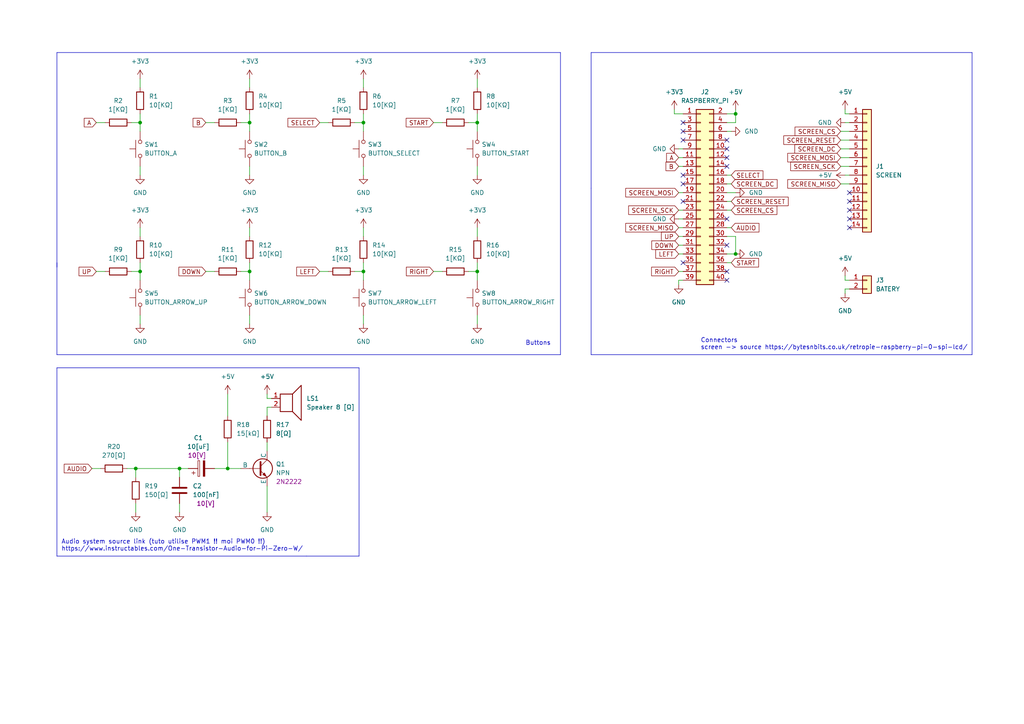
<source format=kicad_sch>
(kicad_sch (version 20230121) (generator eeschema)
  (paper "A4")
  (lib_symbols
    (symbol "Connector_Generic:Conn_01x02" (pin_names (offset 1.016) hide)
      (property "Reference" "J" (at 0 2.54 0))
      (property "Value" "Conn_01x02" (at 0 -5.08 0))
      (symbol "Conn_01x02_1_1"
        (rectangle (start -1.27 -2.413) (end 0 -2.667) (stroke (width 0.1524)))
        (rectangle (start -1.27 0.127) (end 0 -0.127) (stroke (width 0.1524)))
        (rectangle (start -1.27 1.27) (end 1.27 -3.81) (stroke (width 0.254)) (fill (type background)))
        (pin passive line (at -5.08 0 0) (length 3.81) (name "Pin_1") (number "1"))
        (pin passive line (at -5.08 -2.54 0) (length 3.81) (name "Pin_2") (number "2"))
      )
    )
    (symbol "Connector_Generic:Conn_01x14" (pin_names (offset 1.016) hide)
      (property "Reference" "J" (at 0 17.78 0))
      (property "Value" "Conn_01x14" (at 0 -20.32 0))
      (symbol "Conn_01x14_1_1"
        (rectangle (start -1.27 -17.653) (end 0 -17.907) (stroke (width 0.1524)))
        (rectangle (start -1.27 -15.113) (end 0 -15.367) (stroke (width 0.1524)))
        (rectangle (start -1.27 -12.573) (end 0 -12.827) (stroke (width 0.1524)))
        (rectangle (start -1.27 -10.033) (end 0 -10.287) (stroke (width 0.1524)))
        (rectangle (start -1.27 -7.493) (end 0 -7.747) (stroke (width 0.1524)))
        (rectangle (start -1.27 -4.953) (end 0 -5.207) (stroke (width 0.1524)))
        (rectangle (start -1.27 -2.413) (end 0 -2.667) (stroke (width 0.1524)))
        (rectangle (start -1.27 0.127) (end 0 -0.127) (stroke (width 0.1524)))
        (rectangle (start -1.27 2.667) (end 0 2.413) (stroke (width 0.1524)))
        (rectangle (start -1.27 5.207) (end 0 4.953) (stroke (width 0.1524)))
        (rectangle (start -1.27 7.747) (end 0 7.493) (stroke (width 0.1524)))
        (rectangle (start -1.27 10.287) (end 0 10.033) (stroke (width 0.1524)))
        (rectangle (start -1.27 12.827) (end 0 12.573) (stroke (width 0.1524)))
        (rectangle (start -1.27 15.367) (end 0 15.113) (stroke (width 0.1524)))
        (rectangle (start -1.27 16.51) (end 1.27 -19.05) (stroke (width 0.254)) (fill (type background)))
        (pin passive line (at -5.08 15.24 0) (length 3.81) (name "Pin_1") (number "1"))
        (pin passive line (at -5.08 -7.62 0) (length 3.81) (name "Pin_10") (number "10"))
        (pin passive line (at -5.08 -10.16 0) (length 3.81) (name "Pin_11") (number "11"))
        (pin passive line (at -5.08 -12.7 0) (length 3.81) (name "Pin_12") (number "12"))
        (pin passive line (at -5.08 -15.24 0) (length 3.81) (name "Pin_13") (number "13"))
        (pin passive line (at -5.08 -17.78 0) (length 3.81) (name "Pin_14") (number "14"))
        (pin passive line (at -5.08 12.7 0) (length 3.81) (name "Pin_2") (number "2"))
        (pin passive line (at -5.08 10.16 0) (length 3.81) (name "Pin_3") (number "3"))
        (pin passive line (at -5.08 7.62 0) (length 3.81) (name "Pin_4") (number "4"))
        (pin passive line (at -5.08 5.08 0) (length 3.81) (name "Pin_5") (number "5"))
        (pin passive line (at -5.08 2.54 0) (length 3.81) (name "Pin_6") (number "6"))
        (pin passive line (at -5.08 0 0) (length 3.81) (name "Pin_7") (number "7"))
        (pin passive line (at -5.08 -2.54 0) (length 3.81) (name "Pin_8") (number "8"))
        (pin passive line (at -5.08 -5.08 0) (length 3.81) (name "Pin_9") (number "9"))
      )
    )
    (symbol "Connector_Generic:Conn_02x20_Odd_Even" (pin_names (offset 1.016) hide)
      (property "Reference" "J" (at 1.27 25.4 0))
      (property "Value" "Conn_02x20_Odd_Even" (at 1.27 -27.94 0))
      (symbol "Conn_02x20_Odd_Even_1_1"
        (rectangle (start -1.27 -25.273) (end 0 -25.527) (stroke (width 0.1524)))
        (rectangle (start -1.27 -22.733) (end 0 -22.987) (stroke (width 0.1524)))
        (rectangle (start -1.27 -20.193) (end 0 -20.447) (stroke (width 0.1524)))
        (rectangle (start -1.27 -17.653) (end 0 -17.907) (stroke (width 0.1524)))
        (rectangle (start -1.27 -15.113) (end 0 -15.367) (stroke (width 0.1524)))
        (rectangle (start -1.27 -12.573) (end 0 -12.827) (stroke (width 0.1524)))
        (rectangle (start -1.27 -10.033) (end 0 -10.287) (stroke (width 0.1524)))
        (rectangle (start -1.27 -7.493) (end 0 -7.747) (stroke (width 0.1524)))
        (rectangle (start -1.27 -4.953) (end 0 -5.207) (stroke (width 0.1524)))
        (rectangle (start -1.27 -2.413) (end 0 -2.667) (stroke (width 0.1524)))
        (rectangle (start -1.27 0.127) (end 0 -0.127) (stroke (width 0.1524)))
        (rectangle (start -1.27 2.667) (end 0 2.413) (stroke (width 0.1524)))
        (rectangle (start -1.27 5.207) (end 0 4.953) (stroke (width 0.1524)))
        (rectangle (start -1.27 7.747) (end 0 7.493) (stroke (width 0.1524)))
        (rectangle (start -1.27 10.287) (end 0 10.033) (stroke (width 0.1524)))
        (rectangle (start -1.27 12.827) (end 0 12.573) (stroke (width 0.1524)))
        (rectangle (start -1.27 15.367) (end 0 15.113) (stroke (width 0.1524)))
        (rectangle (start -1.27 17.907) (end 0 17.653) (stroke (width 0.1524)))
        (rectangle (start -1.27 20.447) (end 0 20.193) (stroke (width 0.1524)))
        (rectangle (start -1.27 22.987) (end 0 22.733) (stroke (width 0.1524)))
        (rectangle (start -1.27 24.13) (end 3.81 -26.67) (stroke (width 0.254)) (fill (type background)))
        (rectangle (start 3.81 -25.273) (end 2.54 -25.527) (stroke (width 0.1524)))
        (rectangle (start 3.81 -22.733) (end 2.54 -22.987) (stroke (width 0.1524)))
        (rectangle (start 3.81 -20.193) (end 2.54 -20.447) (stroke (width 0.1524)))
        (rectangle (start 3.81 -17.653) (end 2.54 -17.907) (stroke (width 0.1524)))
        (rectangle (start 3.81 -15.113) (end 2.54 -15.367) (stroke (width 0.1524)))
        (rectangle (start 3.81 -12.573) (end 2.54 -12.827) (stroke (width 0.1524)))
        (rectangle (start 3.81 -10.033) (end 2.54 -10.287) (stroke (width 0.1524)))
        (rectangle (start 3.81 -7.493) (end 2.54 -7.747) (stroke (width 0.1524)))
        (rectangle (start 3.81 -4.953) (end 2.54 -5.207) (stroke (width 0.1524)))
        (rectangle (start 3.81 -2.413) (end 2.54 -2.667) (stroke (width 0.1524)))
        (rectangle (start 3.81 0.127) (end 2.54 -0.127) (stroke (width 0.1524)))
        (rectangle (start 3.81 2.667) (end 2.54 2.413) (stroke (width 0.1524)))
        (rectangle (start 3.81 5.207) (end 2.54 4.953) (stroke (width 0.1524)))
        (rectangle (start 3.81 7.747) (end 2.54 7.493) (stroke (width 0.1524)))
        (rectangle (start 3.81 10.287) (end 2.54 10.033) (stroke (width 0.1524)))
        (rectangle (start 3.81 12.827) (end 2.54 12.573) (stroke (width 0.1524)))
        (rectangle (start 3.81 15.367) (end 2.54 15.113) (stroke (width 0.1524)))
        (rectangle (start 3.81 17.907) (end 2.54 17.653) (stroke (width 0.1524)))
        (rectangle (start 3.81 20.447) (end 2.54 20.193) (stroke (width 0.1524)))
        (rectangle (start 3.81 22.987) (end 2.54 22.733) (stroke (width 0.1524)))
        (pin passive line (at -5.08 22.86 0) (length 3.81) (name "Pin_1") (number "1"))
        (pin passive line (at 7.62 12.7 180) (length 3.81) (name "Pin_10") (number "10"))
        (pin passive line (at -5.08 10.16 0) (length 3.81) (name "Pin_11") (number "11"))
        (pin passive line (at 7.62 10.16 180) (length 3.81) (name "Pin_12") (number "12"))
        (pin passive line (at -5.08 7.62 0) (length 3.81) (name "Pin_13") (number "13"))
        (pin passive line (at 7.62 7.62 180) (length 3.81) (name "Pin_14") (number "14"))
        (pin passive line (at -5.08 5.08 0) (length 3.81) (name "Pin_15") (number "15"))
        (pin passive line (at 7.62 5.08 180) (length 3.81) (name "Pin_16") (number "16"))
        (pin passive line (at -5.08 2.54 0) (length 3.81) (name "Pin_17") (number "17"))
        (pin passive line (at 7.62 2.54 180) (length 3.81) (name "Pin_18") (number "18"))
        (pin passive line (at -5.08 0 0) (length 3.81) (name "Pin_19") (number "19"))
        (pin passive line (at 7.62 22.86 180) (length 3.81) (name "Pin_2") (number "2"))
        (pin passive line (at 7.62 0 180) (length 3.81) (name "Pin_20") (number "20"))
        (pin passive line (at -5.08 -2.54 0) (length 3.81) (name "Pin_21") (number "21"))
        (pin passive line (at 7.62 -2.54 180) (length 3.81) (name "Pin_22") (number "22"))
        (pin passive line (at -5.08 -5.08 0) (length 3.81) (name "Pin_23") (number "23"))
        (pin passive line (at 7.62 -5.08 180) (length 3.81) (name "Pin_24") (number "24"))
        (pin passive line (at -5.08 -7.62 0) (length 3.81) (name "Pin_25") (number "25"))
        (pin passive line (at 7.62 -7.62 180) (length 3.81) (name "Pin_26") (number "26"))
        (pin passive line (at -5.08 -10.16 0) (length 3.81) (name "Pin_27") (number "27"))
        (pin passive line (at 7.62 -10.16 180) (length 3.81) (name "Pin_28") (number "28"))
        (pin passive line (at -5.08 -12.7 0) (length 3.81) (name "Pin_29") (number "29"))
        (pin passive line (at -5.08 20.32 0) (length 3.81) (name "Pin_3") (number "3"))
        (pin passive line (at 7.62 -12.7 180) (length 3.81) (name "Pin_30") (number "30"))
        (pin passive line (at -5.08 -15.24 0) (length 3.81) (name "Pin_31") (number "31"))
        (pin passive line (at 7.62 -15.24 180) (length 3.81) (name "Pin_32") (number "32"))
        (pin passive line (at -5.08 -17.78 0) (length 3.81) (name "Pin_33") (number "33"))
        (pin passive line (at 7.62 -17.78 180) (length 3.81) (name "Pin_34") (number "34"))
        (pin passive line (at -5.08 -20.32 0) (length 3.81) (name "Pin_35") (number "35"))
        (pin passive line (at 7.62 -20.32 180) (length 3.81) (name "Pin_36") (number "36"))
        (pin passive line (at -5.08 -22.86 0) (length 3.81) (name "Pin_37") (number "37"))
        (pin passive line (at 7.62 -22.86 180) (length 3.81) (name "Pin_38") (number "38"))
        (pin passive line (at -5.08 -25.4 0) (length 3.81) (name "Pin_39") (number "39"))
        (pin passive line (at 7.62 20.32 180) (length 3.81) (name "Pin_4") (number "4"))
        (pin passive line (at 7.62 -25.4 180) (length 3.81) (name "Pin_40") (number "40"))
        (pin passive line (at -5.08 17.78 0) (length 3.81) (name "Pin_5") (number "5"))
        (pin passive line (at 7.62 17.78 180) (length 3.81) (name "Pin_6") (number "6"))
        (pin passive line (at -5.08 15.24 0) (length 3.81) (name "Pin_7") (number "7"))
        (pin passive line (at 7.62 15.24 180) (length 3.81) (name "Pin_8") (number "8"))
        (pin passive line (at -5.08 12.7 0) (length 3.81) (name "Pin_9") (number "9"))
      )
    )
    (symbol "Device:C" (pin_numbers hide) (pin_names (offset 0.254))
      (property "Reference" "C" (at 0.635 2.54 0))
      (property "Value" "C" (at 0.635 -2.54 0))
      (symbol "C_0_1"
        (polyline (pts (xy -2.032 -0.762) (xy 2.032 -0.762)) (stroke (width 0.508)))
        (polyline (pts (xy -2.032 0.762) (xy 2.032 0.762)) (stroke (width 0.508)))
      )
      (symbol "C_1_1"
        (pin passive line (at 0 3.81 270) (length 2.794) (name "~") (number "1"))
        (pin passive line (at 0 -3.81 90) (length 2.794) (name "~") (number "2"))
      )
    )
    (symbol "Device:C_Polarized" (pin_numbers hide) (pin_names (offset 0.254))
      (property "Reference" "C" (at 0.635 2.54 0))
      (property "Value" "C_Polarized" (at 0.635 -2.54 0))
      (symbol "C_Polarized_0_1"
        (rectangle (start -2.286 0.508) (end 2.286 1.016))
        (polyline (pts (xy -1.778 2.286) (xy -0.762 2.286)))
        (polyline (pts (xy -1.27 2.794) (xy -1.27 1.778)))
        (rectangle (start 2.286 -0.508) (end -2.286 -1.016) (fill (type outline)))
      )
      (symbol "C_Polarized_1_1"
        (pin passive line (at 0 3.81 270) (length 2.794) (name "~") (number "1"))
        (pin passive line (at 0 -3.81 90) (length 2.794) (name "~") (number "2"))
      )
    )
    (symbol "Device:R" (pin_numbers hide) (pin_names (offset 0))
      (property "Reference" "R" (at 2.032 0 90))
      (property "Value" "R" (at 0 0 90))
      (symbol "R_0_1"
        (rectangle (start -1.016 -2.54) (end 1.016 2.54) (stroke (width 0.254)))
      )
      (symbol "R_1_1"
        (pin passive line (at 0 3.81 270) (length 1.27) (name "~") (number "1"))
        (pin passive line (at 0 -3.81 90) (length 1.27) (name "~") (number "2"))
      )
    )
    (symbol "Device:Speaker" (pin_names (offset 0) hide)
      (property "Reference" "LS" (at 1.27 5.715 0))
      (property "Value" "Speaker" (at 1.27 3.81 0))
      (symbol "Speaker_0_0"
        (rectangle (start -2.54 1.27) (end 1.016 -3.81) (stroke (width 0.254)))
        (polyline (pts (xy 1.016 1.27) (xy 3.556 3.81) (xy 3.556 -6.35) (xy 1.016 -3.81)) (stroke (width 0.254)))
      )
      (symbol "Speaker_1_1"
        (pin input line (at -5.08 0 0) (length 2.54) (name "1") (number "1"))
        (pin input line (at -5.08 -2.54 0) (length 2.54) (name "2") (number "2"))
      )
    )
    (symbol "Simulation_SPICE:NPN" (pin_numbers hide) (pin_names (offset 0))
      (property "Reference" "Q" (at -2.54 7.62 0))
      (property "Value" "NPN" (at -2.54 5.08 0))
      (symbol "NPN_0_1"
        (polyline (pts (xy -2.54 0) (xy 0.635 0)) (stroke (width 0.1524)))
        (polyline (pts (xy 0.635 0.635) (xy 2.54 2.54)))
        (polyline (pts (xy 2.794 -1.27) (xy 2.794 -1.27)) (stroke (width 0.1524)))
        (polyline (pts (xy 2.794 -1.27) (xy 2.794 -1.27)) (stroke (width 0.1524)))
        (polyline (pts (xy 0.635 -0.635) (xy 2.54 -2.54) (xy 2.54 -2.54)))
        (polyline (pts (xy 0.635 1.905) (xy 0.635 -1.905) (xy 0.635 -1.905)) (stroke (width 0.508)))
        (polyline (pts (xy 1.27 -1.778) (xy 1.778 -1.27) (xy 2.286 -2.286) (xy 1.27 -1.778) (xy 1.27 -1.778)) (fill (type outline)))
        (circle (center 1.27 0) (radius 2.8194) (stroke (width 0.254)))
      )
      (symbol "NPN_1_1"
        (pin open_collector line (at 2.54 5.08 270) (length 2.54) (name "C") (number "1"))
        (pin input line (at -5.08 0 0) (length 2.54) (name "B") (number "2"))
        (pin open_emitter line (at 2.54 -5.08 90) (length 2.54) (name "E") (number "3"))
      )
    )
    (symbol "Switch:SW_Push" (pin_numbers hide) (pin_names (offset 1.016) hide)
      (property "Reference" "SW" (at 1.27 2.54 0))
      (property "Value" "SW_Push" (at 0 -1.524 0))
      (symbol "SW_Push_0_1"
        (circle (center -2.032 0) (radius 0.508))
        (polyline (pts (xy 0 1.27) (xy 0 3.048)))
        (polyline (pts (xy 2.54 1.27) (xy -2.54 1.27)))
        (circle (center 2.032 0) (radius 0.508))
        (pin passive line (at -5.08 0 0) (length 2.54) (name "1") (number "1"))
        (pin passive line (at 5.08 0 180) (length 2.54) (name "2") (number "2"))
      )
    )
    (symbol "power:+3V3" (power) (pin_names (offset 0))
      (property "Value" "+3V3" (at 0 3.556 0))
      (symbol "+3V3_0_1"
        (polyline (pts (xy -0.762 1.27) (xy 0 2.54)))
        (polyline (pts (xy 0 0) (xy 0 2.54)))
        (polyline (pts (xy 0 2.54) (xy 0.762 1.27)))
      )
      (symbol "+3V3_1_1"
        (pin power_in line (at 0 0 90) (length 0) hide (name "+3V3") (number "1"))
      )
    )
    (symbol "power:+5V" (power) (pin_names (offset 0))
      (property "Value" "+5V" (at 0 3.556 0))
      (symbol "+5V_0_1"
        (polyline (pts (xy -0.762 1.27) (xy 0 2.54)))
        (polyline (pts (xy 0 0) (xy 0 2.54)))
        (polyline (pts (xy 0 2.54) (xy 0.762 1.27)))
      )
      (symbol "+5V_1_1"
        (pin power_in line (at 0 0 90) (length 0) hide (name "+5V") (number "1"))
      )
    )
    (symbol "power:GND" (power) (pin_names (offset 0))
      (property "Value" "GND" (at 0 -3.81 0))
      (symbol "GND_0_1"
        (polyline (pts (xy 0 0) (xy 0 -1.27) (xy 1.27 -1.27) (xy 0 -2.54) (xy -1.27 -1.27) (xy 0 -1.27)))
      )
      (symbol "GND_1_1"
        (pin power_in line (at 0 0 270) (length 0) hide (name "GND") (number "1"))
      )
    )
  )
  (junction (at 105.41 78.74))
  (junction (at 213.36 33.02))
  (junction (at 105.41 35.56))
  (junction (at 66.04 135.89))
  (junction (at 39.37 135.89))
  (junction (at 138.43 35.56))
  (junction (at 72.39 78.74))
  (junction (at 40.64 35.56))
  (junction (at 213.36 73.66))
  (junction (at 72.39 35.56))
  (junction (at 40.64 78.74))
  (junction (at 52.07 135.89))
  (junction (at 138.43 78.74))
  (no_connect (at 198.12 38.1))
  (no_connect (at 198.12 76.2))
  (no_connect (at 198.12 58.42))
  (no_connect (at 246.38 66.04))
  (no_connect (at 210.82 45.72))
  (no_connect (at 210.82 71.12))
  (no_connect (at 210.82 81.28))
  (no_connect (at 210.82 78.74))
  (no_connect (at 246.38 60.96))
  (no_connect (at 246.38 58.42))
  (no_connect (at 198.12 50.8))
  (no_connect (at 210.82 48.26))
  (no_connect (at 246.38 63.5))
  (no_connect (at 198.12 40.64))
  (no_connect (at 198.12 35.56))
  (no_connect (at 210.82 63.5))
  (no_connect (at 198.12 53.34))
  (no_connect (at 210.82 43.18))
  (no_connect (at 210.82 40.64))
  (no_connect (at 246.38 55.88))
  (wire (pts (xy 40.64 48.26) (xy 40.64 50.8)))
  (polyline (pts (xy 171.45 15.24) (xy 171.45 54.61)))
  (wire (pts (xy 72.39 78.74) (xy 72.39 81.28)))
  (wire (pts (xy 36.83 135.89) (xy 39.37 135.89)))
  (wire (pts (xy 213.36 68.58) (xy 213.36 73.66)))
  (wire (pts (xy 40.64 76.2) (xy 40.64 78.74)))
  (wire (pts (xy 26.67 135.89) (xy 29.21 135.89)))
  (wire (pts (xy 77.47 118.11) (xy 77.47 120.65)))
  (wire (pts (xy 72.39 76.2) (xy 72.39 78.74)))
  (wire (pts (xy 72.39 35.56) (xy 72.39 38.1)))
  (wire (pts (xy 196.85 48.26) (xy 198.12 48.26)))
  (wire (pts (xy 39.37 135.89) (xy 39.37 138.43)))
  (wire (pts (xy 213.36 68.58) (xy 210.82 68.58)))
  (wire (pts (xy 138.43 78.74) (xy 138.43 81.28)))
  (wire (pts (xy 125.73 35.56) (xy 128.27 35.56)))
  (wire (pts (xy 40.64 66.04) (xy 40.64 68.58)))
  (wire (pts (xy 40.64 78.74) (xy 40.64 81.28)))
  (wire (pts (xy 196.85 81.28) (xy 196.85 82.55)))
  (wire (pts (xy 245.11 80.01) (xy 245.11 81.28)))
  (wire (pts (xy 78.74 115.57) (xy 77.47 115.57)))
  (wire (pts (xy 243.84 48.26) (xy 246.38 48.26)))
  (wire (pts (xy 66.04 135.89) (xy 66.04 128.27)))
  (polyline (pts (xy 171.45 54.61) (xy 171.45 102.87)))
  (wire (pts (xy 105.41 48.26) (xy 105.41 50.8)))
  (wire (pts (xy 40.64 33.02) (xy 40.64 35.56)))
  (wire (pts (xy 40.64 91.44) (xy 40.64 93.98)))
  (wire (pts (xy 27.94 35.56) (xy 30.48 35.56)))
  (wire (pts (xy 105.41 22.86) (xy 105.41 25.4)))
  (wire (pts (xy 92.71 78.74) (xy 95.25 78.74)))
  (wire (pts (xy 196.85 68.58) (xy 198.12 68.58)))
  (polyline (pts (xy 16.51 76.2) (xy 16.51 102.87)))
  (wire (pts (xy 72.39 91.44) (xy 72.39 93.98)))
  (wire (pts (xy 138.43 66.04) (xy 138.43 68.58)))
  (wire (pts (xy 105.41 91.44) (xy 105.41 93.98)))
  (wire (pts (xy 138.43 22.86) (xy 138.43 25.4)))
  (wire (pts (xy 59.69 78.74) (xy 62.23 78.74)))
  (wire (pts (xy 27.94 78.74) (xy 30.48 78.74)))
  (wire (pts (xy 39.37 135.89) (xy 52.07 135.89)))
  (wire (pts (xy 138.43 48.26) (xy 138.43 50.8)))
  (wire (pts (xy 135.89 35.56) (xy 138.43 35.56)))
  (wire (pts (xy 243.84 53.34) (xy 246.38 53.34)))
  (wire (pts (xy 245.11 35.56) (xy 246.38 35.56)))
  (wire (pts (xy 196.85 73.66) (xy 198.12 73.66)))
  (wire (pts (xy 196.85 78.74) (xy 198.12 78.74)))
  (polyline (pts (xy 162.56 102.87) (xy 16.51 102.87)))
  (wire (pts (xy 39.37 146.05) (xy 39.37 148.59)))
  (wire (pts (xy 66.04 114.3) (xy 66.04 120.65)))
  (wire (pts (xy 105.41 33.02) (xy 105.41 35.56)))
  (wire (pts (xy 78.74 118.11) (xy 77.47 118.11)))
  (wire (pts (xy 213.36 35.56) (xy 213.36 33.02)))
  (wire (pts (xy 102.87 35.56) (xy 105.41 35.56)))
  (wire (pts (xy 52.07 135.89) (xy 54.61 135.89)))
  (wire (pts (xy 38.1 35.56) (xy 40.64 35.56)))
  (wire (pts (xy 105.41 66.04) (xy 105.41 68.58)))
  (wire (pts (xy 210.82 66.04) (xy 212.09 66.04)))
  (wire (pts (xy 138.43 35.56) (xy 138.43 38.1)))
  (wire (pts (xy 196.85 63.5) (xy 198.12 63.5)))
  (wire (pts (xy 210.82 53.34) (xy 212.09 53.34)))
  (wire (pts (xy 196.85 71.12) (xy 198.12 71.12)))
  (wire (pts (xy 246.38 33.02) (xy 245.11 33.02)))
  (wire (pts (xy 72.39 33.02) (xy 72.39 35.56)))
  (wire (pts (xy 77.47 115.57) (xy 77.47 114.3)))
  (polyline (pts (xy 281.94 102.87) (xy 281.94 15.24)))
  (wire (pts (xy 138.43 76.2) (xy 138.43 78.74)))
  (wire (pts (xy 105.41 78.74) (xy 105.41 81.28)))
  (wire (pts (xy 196.85 43.18) (xy 198.12 43.18)))
  (wire (pts (xy 196.85 81.28) (xy 198.12 81.28)))
  (wire (pts (xy 40.64 22.86) (xy 40.64 25.4)))
  (polyline (pts (xy 88.9 161.29) (xy 16.51 161.29)))
  (wire (pts (xy 198.12 33.02) (xy 195.58 33.02)))
  (polyline (pts (xy 104.14 106.68) (xy 104.14 161.29)))
  (polyline (pts (xy 88.9 161.29) (xy 104.14 161.29)))
  (wire (pts (xy 105.41 35.56) (xy 105.41 38.1)))
  (wire (pts (xy 72.39 66.04) (xy 72.39 68.58)))
  (wire (pts (xy 77.47 140.97) (xy 77.47 148.59)))
  (wire (pts (xy 69.85 35.56) (xy 72.39 35.56)))
  (wire (pts (xy 52.07 135.89) (xy 52.07 138.43)))
  (wire (pts (xy 40.64 35.56) (xy 40.64 38.1)))
  (wire (pts (xy 243.84 38.1) (xy 246.38 38.1)))
  (wire (pts (xy 210.82 35.56) (xy 213.36 35.56)))
  (polyline (pts (xy 16.51 77.47) (xy 16.51 15.24)))
  (wire (pts (xy 210.82 50.8) (xy 212.09 50.8)))
  (wire (pts (xy 59.69 35.56) (xy 62.23 35.56)))
  (wire (pts (xy 210.82 38.1) (xy 212.09 38.1)))
  (wire (pts (xy 243.84 45.72) (xy 246.38 45.72)))
  (polyline (pts (xy 16.51 106.68) (xy 104.14 106.68)))
  (wire (pts (xy 210.82 33.02) (xy 213.36 33.02)))
  (polyline (pts (xy 16.51 161.29) (xy 16.51 106.68)))
  (wire (pts (xy 196.85 55.88) (xy 198.12 55.88)))
  (wire (pts (xy 69.85 135.89) (xy 66.04 135.89)))
  (wire (pts (xy 38.1 78.74) (xy 40.64 78.74)))
  (wire (pts (xy 196.85 45.72) (xy 198.12 45.72)))
  (wire (pts (xy 77.47 128.27) (xy 77.47 130.81)))
  (wire (pts (xy 213.36 33.02) (xy 213.36 31.75)))
  (polyline (pts (xy 171.45 102.87) (xy 281.94 102.87)))
  (wire (pts (xy 196.85 60.96) (xy 198.12 60.96)))
  (wire (pts (xy 92.71 35.56) (xy 95.25 35.56)))
  (polyline (pts (xy 16.51 15.24) (xy 162.56 15.24)))
  (wire (pts (xy 72.39 22.86) (xy 72.39 25.4)))
  (polyline (pts (xy 281.94 15.24) (xy 171.45 15.24)))
  (wire (pts (xy 245.11 33.02) (xy 245.11 31.75)))
  (wire (pts (xy 210.82 73.66) (xy 213.36 73.66)))
  (wire (pts (xy 138.43 91.44) (xy 138.43 93.98)))
  (wire (pts (xy 195.58 33.02) (xy 195.58 31.75)))
  (wire (pts (xy 102.87 78.74) (xy 105.41 78.74)))
  (wire (pts (xy 246.38 83.82) (xy 245.11 83.82)))
  (wire (pts (xy 125.73 78.74) (xy 128.27 78.74)))
  (polyline (pts (xy 162.56 15.24) (xy 162.56 102.87)))
  (wire (pts (xy 135.89 78.74) (xy 138.43 78.74)))
  (wire (pts (xy 245.11 83.82) (xy 245.11 85.09)))
  (wire (pts (xy 245.11 81.28) (xy 246.38 81.28)))
  (wire (pts (xy 210.82 58.42) (xy 212.09 58.42)))
  (wire (pts (xy 210.82 55.88) (xy 213.36 55.88)))
  (wire (pts (xy 245.11 50.8) (xy 246.38 50.8)))
  (wire (pts (xy 243.84 40.64) (xy 246.38 40.64)))
  (wire (pts (xy 69.85 78.74) (xy 72.39 78.74)))
  (wire (pts (xy 52.07 146.05) (xy 52.07 148.59)))
  (wire (pts (xy 72.39 48.26) (xy 72.39 50.8)))
  (wire (pts (xy 62.23 135.89) (xy 66.04 135.89)))
  (wire (pts (xy 196.85 66.04) (xy 198.12 66.04)))
  (wire (pts (xy 105.41 76.2) (xy 105.41 78.74)))
  (wire (pts (xy 138.43 33.02) (xy 138.43 35.56)))
  (wire (pts (xy 210.82 60.96) (xy 212.09 60.96)))
  (wire (pts (xy 210.82 76.2) (xy 212.09 76.2)))
  (wire (pts (xy 243.84 43.18) (xy 246.38 43.18)))
  (text "Connectors\nscreen -> source https://bytesnbits.co.uk/retropie-raspberry-pi-0-spi-lcd/" (at 203.2 101.6 0) (effects (font (size 1.27 1.27)) (justify left bottom)))
  (text "Audio system source link (tuto utilise PWM1 !! moi PWM0 !!)\nhttps://www.instructables.com/One-Transistor-Audio-for-Pi-Zero-W/" (at 17.78 160.02 0) (effects (font (size 1.27 1.27)) (justify left bottom)))
  (text "Buttons" (at 152.4 100.33 0) (effects (font (size 1.27 1.27)) (justify left bottom)))
  (global_label "SELECT" (shape input) (at 92.71 35.56 180) (property "Intersheetrefs" "${INTERSHEET_REFS}" (effects hide)))
  (global_label "RIGHT" (shape input) (at 196.85 78.74 180) (property "Intersheetrefs" "${INTERSHEET_REFS}" (effects hide)))
  (global_label "SELECT" (shape input) (at 212.09 50.8 0) (property "Intersheetrefs" "${INTERSHEET_REFS}" (effects hide)))
  (global_label "LEFT" (shape input) (at 196.85 73.66 180) (property "Intersheetrefs" "${INTERSHEET_REFS}" (effects hide)))
  (global_label "DOWN" (shape input) (at 196.85 71.12 180) (property "Intersheetrefs" "${INTERSHEET_REFS}" (effects hide)))
  (global_label "AUDIO" (shape input) (at 26.67 135.89 180) (property "Intersheetrefs" "${INTERSHEET_REFS}" (effects hide)))
  (global_label "A" (shape input) (at 196.85 45.72 180) (property "Intersheetrefs" "${INTERSHEET_REFS}" (effects hide)))
  (global_label "SCREEN_DC" (shape input) (at 212.09 53.34 0) (property "Intersheetrefs" "${INTERSHEET_REFS}" (effects hide)))
  (global_label "SCREEN_SCK" (shape input) (at 196.85 60.96 180) (property "Intersheetrefs" "${INTERSHEET_REFS}" (effects hide)))
  (global_label "START" (shape input) (at 212.09 76.2 0) (property "Intersheetrefs" "${INTERSHEET_REFS}" (effects hide)))
  (global_label "SCREEN_RESET" (shape input) (at 212.09 58.42 0) (property "Intersheetrefs" "${INTERSHEET_REFS}" (effects hide)))
  (global_label "DOWN" (shape input) (at 59.69 78.74 180) (property "Intersheetrefs" "${INTERSHEET_REFS}" (effects hide)))
  (global_label "LEFT" (shape input) (at 92.71 78.74 180) (property "Intersheetrefs" "${INTERSHEET_REFS}" (effects hide)))
  (global_label "SCREEN_RESET" (shape input) (at 243.84 40.64 180) (property "Intersheetrefs" "${INTERSHEET_REFS}" (effects hide)))
  (global_label "SCREEN_MOSI" (shape input) (at 243.84 45.72 180) (property "Intersheetrefs" "${INTERSHEET_REFS}" (effects hide)))
  (global_label "SCREEN_MISO" (shape input) (at 196.85 66.04 180) (property "Intersheetrefs" "${INTERSHEET_REFS}" (effects hide)))
  (global_label "START" (shape input) (at 125.73 35.56 180) (property "Intersheetrefs" "${INTERSHEET_REFS}" (effects hide)))
  (global_label "AUDIO" (shape input) (at 212.09 66.04 0) (property "Intersheetrefs" "${INTERSHEET_REFS}" (effects hide)))
  (global_label "UP" (shape input) (at 27.94 78.74 180) (property "Intersheetrefs" "${INTERSHEET_REFS}" (effects hide)))
  (global_label "SCREEN_MISO" (shape input) (at 243.84 53.34 180) (property "Intersheetrefs" "${INTERSHEET_REFS}" (effects hide)))
  (global_label "SCREEN_SCK" (shape input) (at 243.84 48.26 180) (property "Intersheetrefs" "${INTERSHEET_REFS}" (effects hide)))
  (global_label "SCREEN_CS" (shape input) (at 212.09 60.96 0) (property "Intersheetrefs" "${INTERSHEET_REFS}" (effects hide)))
  (global_label "RIGHT" (shape input) (at 125.73 78.74 180) (property "Intersheetrefs" "${INTERSHEET_REFS}" (effects hide)))
  (global_label "SCREEN_CS" (shape input) (at 243.84 38.1 180) (property "Intersheetrefs" "${INTERSHEET_REFS}" (effects hide)))
  (global_label "UP" (shape input) (at 196.85 68.58 180) (property "Intersheetrefs" "${INTERSHEET_REFS}" (effects hide)))
  (global_label "A" (shape input) (at 27.94 35.56 180) (property "Intersheetrefs" "${INTERSHEET_REFS}" (effects hide)))
  (global_label "B" (shape input) (at 59.69 35.56 180) (property "Intersheetrefs" "${INTERSHEET_REFS}" (effects hide)))
  (global_label "SCREEN_DC" (shape input) (at 243.84 43.18 180) (property "Intersheetrefs" "${INTERSHEET_REFS}" (effects hide)))
  (global_label "SCREEN_MOSI" (shape input) (at 196.85 55.88 180) (property "Intersheetrefs" "${INTERSHEET_REFS}" (effects hide)))
  (global_label "B" (shape input) (at 196.85 48.26 180) (property "Intersheetrefs" "${INTERSHEET_REFS}" (effects hide)))
  (symbol (lib_id "Device:R") (at 132.08 78.74 90) (unit 1)
    (property "Reference" "R15" (at 132.08 72.39 90))
    (property "Value" "1[KΩ]" (at 132.08 74.93 90))
  )
  (symbol (lib_id "Device:R") (at 40.64 29.21 0) (unit 1)
    (property "Reference" "R1" (at 43.18 27.94 0) (effects (justify left)))
    (property "Value" "10[KΩ]" (at 43.18 30.48 0) (effects (justify left)))
  )
  (symbol (lib_id "power:+3V3") (at 105.41 22.86 0) (unit 1)
    (property "Reference" "#PWR05" (effects hide))
    (property "Value" "+3V3" (at 105.41 17.78 0))
  )
  (symbol (lib_id "Device:R") (at 138.43 29.21 0) (unit 1)
    (property "Reference" "R8" (at 140.97 27.94 0) (effects (justify left)))
    (property "Value" "10[KΩ]" (at 140.97 30.48 0) (effects (justify left)))
  )
  (symbol (lib_id "power:+3V3") (at 40.64 22.86 0) (unit 1)
    (property "Reference" "#PWR01" (effects hide))
    (property "Value" "+3V3" (at 40.64 17.78 0))
  )
  (symbol (lib_id "Device:R") (at 34.29 35.56 90) (unit 1)
    (property "Reference" "R2" (at 34.29 29.21 90))
    (property "Value" "1[KΩ]" (at 34.29 31.75 90))
  )
  (symbol (lib_id "Device:R") (at 99.06 78.74 90) (unit 1)
    (property "Reference" "R13" (at 99.06 72.39 90))
    (property "Value" "1[KΩ]" (at 99.06 74.93 90))
  )
  (symbol (lib_id "power:+5V") (at 66.04 114.3 0) (unit 1)
    (property "Reference" "#PWR022" (effects hide))
    (property "Value" "+5V" (at 66.04 109.22 0))
  )
  (symbol (lib_id "power:GND") (at 105.41 50.8 0) (unit 1)
    (property "Reference" "#PWR06" (effects hide))
    (property "Value" "GND" (at 105.41 55.88 0))
  )
  (symbol (lib_id "power:+5V") (at 245.11 50.8 90) (unit 1)
    (property "Reference" "#PWR034" (effects hide))
    (property "Value" "+5V" (at 241.3 50.8 90) (effects (justify left)))
  )
  (symbol (lib_id "power:+3V3") (at 195.58 31.75 0) (unit 1)
    (property "Reference" "#PWR017" (effects hide))
    (property "Value" "+3V3" (at 195.58 26.67 0))
  )
  (symbol (lib_id "Connector_Generic:Conn_02x20_Odd_Even") (at 203.2 55.88 0) (unit 1)
    (property "Reference" "J2" (at 204.47 26.67 0))
    (property "Value" "RASPBERRY_PI" (at 204.47 29.21 0))
  )
  (symbol (lib_id "Connector_Generic:Conn_01x02") (at 251.46 81.28 0) (unit 1)
    (property "Reference" "J3" (at 254 81.28 0) (effects (justify left)))
    (property "Value" "BATERY" (at 254 83.82 0) (effects (justify left)))
  )
  (symbol (lib_id "Switch:SW_Push") (at 40.64 43.18 90) (unit 1)
    (property "Reference" "SW1" (at 41.91 41.91 90) (effects (justify right)))
    (property "Value" "BUTTON_A" (at 41.91 44.45 90) (effects (justify right)))
  )
  (symbol (lib_id "Device:R") (at 33.02 135.89 90) (unit 1)
    (property "Reference" "R20" (at 33.02 129.54 90))
    (property "Value" "270[Ω]" (at 33.02 132.08 90))
  )
  (symbol (lib_id "Simulation_SPICE:NPN") (at 74.93 135.89 0) (unit 1)
    (property "Reference" "Q1" (at 80.01 134.62 0) (effects (justify left)))
    (property "Value" "NPN" (at 80.01 137.16 0) (effects (justify left)))
    (property "Datasheet" "https://ngspice.sourceforge.io/docs/ngspice-html-manual/manual.xhtml#cha_BJTs" (effects hide))
    (property "Sim.Device" "NPN" (effects hide))
    (property "Sim.Type" "GUMMELPOON" (effects hide))
    (property "Sim.Pins" "1=C 2=B 3=E" (effects hide))
    (property "Value 2" "2N2222" (at 83.82 139.7 0))
  )
  (symbol (lib_id "power:GND") (at 138.43 50.8 0) (unit 1)
    (property "Reference" "#PWR08" (effects hide))
    (property "Value" "GND" (at 138.43 55.88 0))
  )
  (symbol (lib_id "power:GND") (at 245.11 85.09 0) (unit 1)
    (property "Reference" "#PWR030" (effects hide))
    (property "Value" "GND" (at 245.11 90.17 0))
  )
  (symbol (lib_id "power:GND") (at 40.64 93.98 0) (unit 1)
    (property "Reference" "#PWR010" (effects hide))
    (property "Value" "GND" (at 40.64 99.06 0))
  )
  (symbol (lib_id "Device:C") (at 52.07 142.24 0) (unit 1)
    (property "Reference" "C2" (at 55.88 140.97 0) (effects (justify left)))
    (property "Value" "100[nF]" (at 55.88 143.51 0) (effects (justify left)))
    (property "Value 2" "10[V]" (at 59.69 146.05 0))
  )
  (symbol (lib_id "Device:R") (at 40.64 72.39 0) (unit 1)
    (property "Reference" "R10" (at 43.18 71.12 0) (effects (justify left)))
    (property "Value" "10[KΩ]" (at 43.18 73.66 0) (effects (justify left)))
  )
  (symbol (lib_id "power:GND") (at 196.85 43.18 270) (unit 1)
    (property "Reference" "#PWR033" (effects hide))
    (property "Value" "GND" (at 189.23 43.18 90) (effects (justify left)))
  )
  (symbol (lib_id "power:GND") (at 213.36 73.66 90) (unit 1)
    (property "Reference" "#PWR025" (effects hide))
    (property "Value" "GND" (at 217.17 73.66 90) (effects (justify right)))
  )
  (symbol (lib_id "power:GND") (at 77.47 148.59 0) (unit 1)
    (property "Reference" "#PWR026" (effects hide))
    (property "Value" "GND" (at 77.47 153.67 0))
  )
  (symbol (lib_id "Switch:SW_Push") (at 40.64 86.36 90) (unit 1)
    (property "Reference" "SW5" (at 41.91 85.09 90) (effects (justify right)))
    (property "Value" "BUTTON_ARROW_UP" (at 41.91 87.63 90) (effects (justify right)))
  )
  (symbol (lib_id "Switch:SW_Push") (at 72.39 86.36 90) (unit 1)
    (property "Reference" "SW6" (at 73.66 85.09 90) (effects (justify right)))
    (property "Value" "BUTTON_ARROW_DOWN" (at 73.66 87.63 90) (effects (justify right)))
  )
  (symbol (lib_id "power:+3V3") (at 72.39 66.04 0) (unit 1)
    (property "Reference" "#PWR011" (effects hide))
    (property "Value" "+3V3" (at 72.39 60.96 0))
  )
  (symbol (lib_id "Device:R") (at 66.04 124.46 0) (unit 1)
    (property "Reference" "R18" (at 68.58 123.19 0) (effects (justify left)))
    (property "Value" "15[kΩ]" (at 68.58 125.73 0) (effects (justify left)))
  )
  (symbol (lib_id "Device:R") (at 66.04 78.74 90) (unit 1)
    (property "Reference" "R11" (at 66.04 72.39 90))
    (property "Value" "1[KΩ]" (at 66.04 74.93 90))
  )
  (symbol (lib_id "Device:R") (at 105.41 72.39 0) (unit 1)
    (property "Reference" "R14" (at 107.95 71.12 0) (effects (justify left)))
    (property "Value" "10[KΩ]" (at 107.95 73.66 0) (effects (justify left)))
  )
  (symbol (lib_id "power:GND") (at 40.64 50.8 0) (unit 1)
    (property "Reference" "#PWR02" (effects hide))
    (property "Value" "GND" (at 40.64 55.88 0))
  )
  (symbol (lib_id "Device:R") (at 34.29 78.74 90) (unit 1)
    (property "Reference" "R9" (at 34.29 72.39 90))
    (property "Value" "1[KΩ]" (at 34.29 74.93 90))
  )
  (symbol (lib_id "power:GND") (at 72.39 50.8 0) (unit 1)
    (property "Reference" "#PWR04" (effects hide))
    (property "Value" "GND" (at 72.39 55.88 0))
  )
  (symbol (lib_id "Switch:SW_Push") (at 138.43 86.36 90) (unit 1)
    (property "Reference" "SW8" (at 139.7 85.09 90) (effects (justify right)))
    (property "Value" "BUTTON_ARROW_RIGHT" (at 139.7 87.63 90) (effects (justify right)))
  )
  (symbol (lib_id "Connector_Generic:Conn_01x14") (at 251.46 48.26 0) (unit 1)
    (property "Reference" "J1" (at 254 48.26 0) (effects (justify left)))
    (property "Value" "SCREEN" (at 254 50.8 0) (effects (justify left)))
  )
  (symbol (lib_id "power:GND") (at 196.85 82.55 0) (unit 1)
    (property "Reference" "#PWR024" (effects hide))
    (property "Value" "GND" (at 196.85 87.63 0))
  )
  (symbol (lib_id "Device:R") (at 66.04 35.56 90) (unit 1)
    (property "Reference" "R3" (at 66.04 29.21 90))
    (property "Value" "1[KΩ]" (at 66.04 31.75 90))
  )
  (symbol (lib_id "power:+3V3") (at 72.39 22.86 0) (unit 1)
    (property "Reference" "#PWR03" (effects hide))
    (property "Value" "+3V3" (at 72.39 17.78 0))
  )
  (symbol (lib_id "Device:R") (at 132.08 35.56 90) (unit 1)
    (property "Reference" "R7" (at 132.08 29.21 90))
    (property "Value" "1[KΩ]" (at 132.08 31.75 90))
  )
  (symbol (lib_id "Switch:SW_Push") (at 138.43 43.18 90) (unit 1)
    (property "Reference" "SW4" (at 139.7 41.91 90) (effects (justify right)))
    (property "Value" "BUTTON_START" (at 139.7 44.45 90) (effects (justify right)))
  )
  (symbol (lib_id "power:+5V") (at 245.11 80.01 0) (unit 1)
    (property "Reference" "#PWR029" (effects hide))
    (property "Value" "+5V" (at 245.11 74.93 0))
  )
  (symbol (lib_id "power:GND") (at 245.11 35.56 270) (unit 1)
    (property "Reference" "#PWR032" (effects hide))
    (property "Value" "GND" (at 241.3 35.56 90) (effects (justify right)))
  )
  (symbol (lib_id "Switch:SW_Push") (at 72.39 43.18 90) (unit 1)
    (property "Reference" "SW2" (at 73.66 41.91 90) (effects (justify right)))
    (property "Value" "BUTTON_B" (at 73.66 44.45 90) (effects (justify right)))
  )
  (symbol (lib_id "Device:R") (at 99.06 35.56 90) (unit 1)
    (property "Reference" "R5" (at 99.06 29.21 90))
    (property "Value" "1[KΩ]" (at 99.06 31.75 90))
  )
  (symbol (lib_id "power:+3V3") (at 40.64 66.04 0) (unit 1)
    (property "Reference" "#PWR09" (effects hide))
    (property "Value" "+3V3" (at 40.64 60.96 0))
  )
  (symbol (lib_id "power:GND") (at 138.43 93.98 0) (unit 1)
    (property "Reference" "#PWR016" (effects hide))
    (property "Value" "GND" (at 138.43 99.06 0))
  )
  (symbol (lib_id "power:+5V") (at 213.36 31.75 0) (unit 1)
    (property "Reference" "#PWR018" (effects hide))
    (property "Value" "+5V" (at 213.36 26.67 0))
  )
  (symbol (lib_id "Device:Speaker") (at 83.82 115.57 0) (unit 1)
    (property "Reference" "LS1" (at 88.9 115.57 0) (effects (justify left)))
    (property "Value" "Speaker 8 [Ω]" (at 88.9 118.11 0) (effects (justify left)))
  )
  (symbol (lib_id "power:GND") (at 72.39 93.98 0) (unit 1)
    (property "Reference" "#PWR012" (effects hide))
    (property "Value" "GND" (at 72.39 99.06 0))
  )
  (symbol (lib_id "power:GND") (at 213.36 55.88 90) (unit 1)
    (property "Reference" "#PWR021" (effects hide))
    (property "Value" "GND" (at 217.17 55.88 90) (effects (justify right)))
  )
  (symbol (lib_id "power:+3V3") (at 138.43 66.04 0) (unit 1)
    (property "Reference" "#PWR015" (effects hide))
    (property "Value" "+3V3" (at 138.43 60.96 0))
  )
  (symbol (lib_id "power:+5V") (at 245.11 31.75 0) (unit 1)
    (property "Reference" "#PWR031" (effects hide))
    (property "Value" "+5V" (at 245.11 26.67 0))
  )
  (symbol (lib_id "power:+3V3") (at 105.41 66.04 0) (unit 1)
    (property "Reference" "#PWR013" (effects hide))
    (property "Value" "+3V3" (at 105.41 60.96 0))
  )
  (symbol (lib_id "power:GND") (at 52.07 148.59 0) (unit 1)
    (property "Reference" "#PWR027" (effects hide))
    (property "Value" "GND" (at 52.07 153.67 0))
  )
  (symbol (lib_id "power:GND") (at 39.37 148.59 0) (unit 1)
    (property "Reference" "#PWR028" (effects hide))
    (property "Value" "GND" (at 39.37 153.67 0))
  )
  (symbol (lib_id "Device:R") (at 77.47 124.46 0) (unit 1)
    (property "Reference" "R17" (at 80.01 123.19 0) (effects (justify left)))
    (property "Value" "8[Ω]" (at 80.01 125.73 0) (effects (justify left)))
  )
  (symbol (lib_id "Switch:SW_Push") (at 105.41 43.18 90) (unit 1)
    (property "Reference" "SW3" (at 106.68 41.91 90) (effects (justify right)))
    (property "Value" "BUTTON_SELECT" (at 106.68 44.45 90) (effects (justify right)))
  )
  (symbol (lib_id "Device:R") (at 39.37 142.24 180) (unit 1)
    (property "Reference" "R19" (at 41.91 140.97 0) (effects (justify right)))
    (property "Value" "150[Ω]" (at 41.91 143.51 0) (effects (justify right)))
  )
  (symbol (lib_id "Device:R") (at 72.39 29.21 0) (unit 1)
    (property "Reference" "R4" (at 74.93 27.94 0) (effects (justify left)))
    (property "Value" "10[KΩ]" (at 74.93 30.48 0) (effects (justify left)))
  )
  (symbol (lib_id "power:GND") (at 105.41 93.98 0) (unit 1)
    (property "Reference" "#PWR014" (effects hide))
    (property "Value" "GND" (at 105.41 99.06 0))
  )
  (symbol (lib_id "power:+3V3") (at 138.43 22.86 0) (unit 1)
    (property "Reference" "#PWR07" (effects hide))
    (property "Value" "+3V3" (at 138.43 17.78 0))
  )
  (symbol (lib_id "Device:R") (at 105.41 29.21 0) (unit 1)
    (property "Reference" "R6" (at 107.95 27.94 0) (effects (justify left)))
    (property "Value" "10[KΩ]" (at 107.95 30.48 0) (effects (justify left)))
  )
  (symbol (lib_id "Device:R") (at 138.43 72.39 0) (unit 1)
    (property "Reference" "R16" (at 140.97 71.12 0) (effects (justify left)))
    (property "Value" "10[KΩ]" (at 140.97 73.66 0) (effects (justify left)))
  )
  (symbol (lib_id "power:GND") (at 212.09 38.1 90) (unit 1)
    (property "Reference" "#PWR019" (effects hide))
    (property "Value" "GND" (at 215.9 38.1 90) (effects (justify right)))
  )
  (symbol (lib_id "power:GND") (at 196.85 63.5 270) (unit 1)
    (property "Reference" "#PWR023" (effects hide))
    (property "Value" "GND" (at 189.23 63.5 90) (effects (justify left)))
  )
  (symbol (lib_id "Device:R") (at 72.39 72.39 0) (unit 1)
    (property "Reference" "R12" (at 74.93 71.12 0) (effects (justify left)))
    (property "Value" "10[KΩ]" (at 74.93 73.66 0) (effects (justify left)))
  )
  (symbol (lib_id "Device:C_Polarized") (at 58.42 135.89 90) (unit 1)
    (property "Reference" "C1" (at 57.531 127 90))
    (property "Value" "10[uF]" (at 57.531 129.54 90))
    (property "Value 2" "10[V]" (at 57.15 132.08 90))
  )
  (symbol (lib_id "Switch:SW_Push") (at 105.41 86.36 90) (unit 1)
    (property "Reference" "SW7" (at 106.68 85.09 90) (effects (justify right)))
    (property "Value" "BUTTON_ARROW_LEFT" (at 106.68 87.63 90) (effects (justify right)))
  )
  (symbol (lib_id "power:+5V") (at 77.47 114.3 0) (unit 1)
    (property "Reference" "#PWR020" (effects hide))
    (property "Value" "+5V" (at 77.47 109.22 0))
  )
)
</source>
